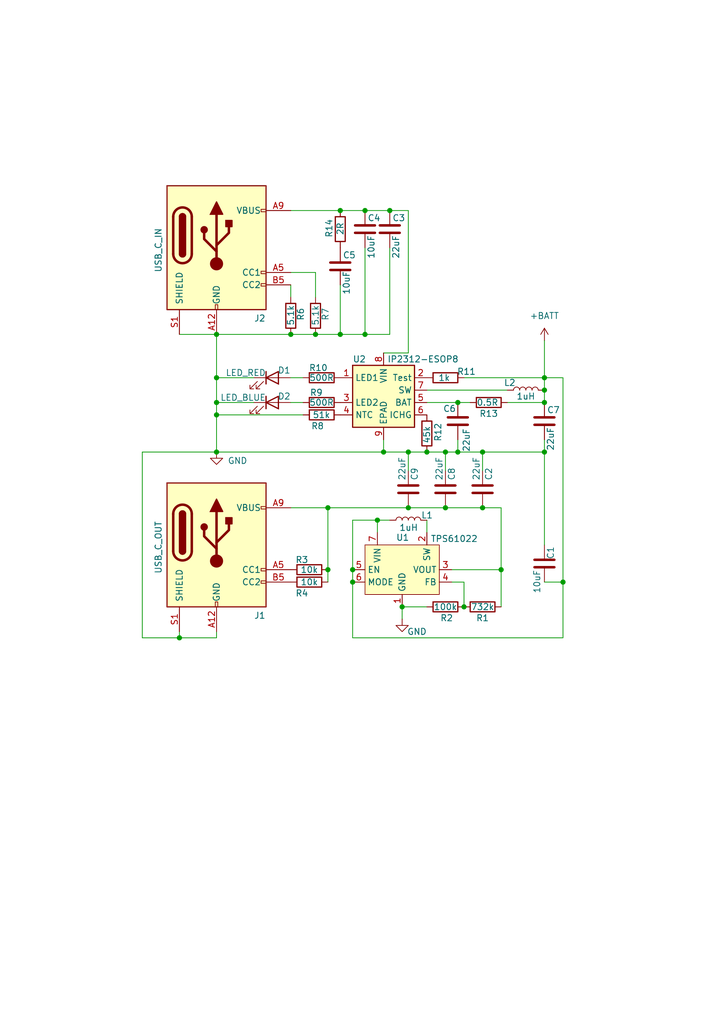
<source format=kicad_sch>
(kicad_sch (version 20250114) (generator "eeschema") (generator_version "9.0")
  (paper "A5" portrait)
  (title_block (title "3A/15W Powerbank PCB") (date "2025-06-11") (rev "0.0.1a") (company "FL@NK") (comment 1 "USB-C input, USB-C output"))
  (lib_symbols
    (symbol "Battery_Management:IP2312-ESOP8"
      (property "Reference" "U" (at -5.334 7.874 0))
      (property "Value" "IP2312-ESOP8" (at 11.43 7.874 0))
      (symbol "IP2312-ESOP8_1_0"
        (pin output line (at -8.89 3.81 0) (length 2.54) (name "LED1") (number "1"))
        (pin output line (at -8.89 -1.27 0) (length 2.54) (name "LED2") (number "3"))
        (pin input line (at -8.89 -3.81 0) (length 2.54) (name "NTC") (number "4"))
        (pin power_in line (at 0 8.89 270) (length 2.54) (name "VIN") (number "8"))
        (pin passive line (at 0 -8.89 90) (length 2.54) (name "EPAD") (number "9"))
        (pin input line (at 8.89 3.81 180) (length 2.54) (name "Test") (number "2"))
        (pin output line (at 8.89 1.27 180) (length 2.54) (name "SW") (number "7"))
        (pin power_out line (at 8.89 -1.27 180) (length 2.54) (name "BAT") (number "5"))
        (pin input line (at 8.89 -3.81 180) (length 2.54) (name "ICHG") (number "6"))
      )
      (symbol "IP2312-ESOP8_1_1"
        (rectangle (start -6.35 6.35) (end 6.35 -6.35) (stroke (width 0.254)) (fill (type background)))
      )
    )
    (symbol "Connector:USB_C_Receptacle_PowerOnly_6P" (pin_names (offset 1.016))
      (property "Reference" "J" (at 0 16.51 0))
      (property "Value" "USB_C_Receptacle_PowerOnly_6P" (at 0 13.97 0))
      (symbol "USB_C_Receptacle_PowerOnly_6P_0_0"
        (rectangle (start -0.254 -12.7) (end 0.254 -11.684))
        (rectangle (start 10.16 7.874) (end 9.144 7.366))
        (rectangle (start 10.16 -4.826) (end 9.144 -5.334))
        (rectangle (start 10.16 -7.366) (end 9.144 -7.874))
      )
      (symbol "USB_C_Receptacle_PowerOnly_6P_0_1"
        (rectangle (start -10.16 12.7) (end 10.16 -12.7) (stroke (width 0.254)) (fill (type background)))
        (polyline (pts (xy -8.89 -1.27) (xy -8.89 6.35)) (stroke (width 0.508)))
        (rectangle (start -7.62 -1.27) (end -6.35 6.35) (stroke (width 0.254)) (fill (type outline)))
        (arc (start -7.62 6.35) (mid -6.985 6.9823) (end -6.35 6.35) (stroke (width 0.254)))
        (arc (start -7.62 6.35) (mid -6.985 6.9823) (end -6.35 6.35) (stroke (width 0.254)) (fill (type outline)))
        (arc (start -8.89 6.35) (mid -6.985 8.2467) (end -5.08 6.35) (stroke (width 0.508)))
        (arc (start -5.08 -1.27) (mid -6.985 -3.1667) (end -8.89 -1.27) (stroke (width 0.508)))
        (arc (start -6.35 -1.27) (mid -6.985 -1.9023) (end -7.62 -1.27) (stroke (width 0.254)))
        (arc (start -6.35 -1.27) (mid -6.985 -1.9023) (end -7.62 -1.27) (stroke (width 0.254)) (fill (type outline)))
        (polyline (pts (xy -5.08 6.35) (xy -5.08 -1.27)) (stroke (width 0.508)))
        (circle (center -2.54 3.683) (radius 0.635) (stroke (width 0.254)) (fill (type outline)))
        (polyline (pts (xy -1.27 6.858) (xy 0 9.398) (xy 1.27 6.858) (xy -1.27 6.858)) (stroke (width 0.254)) (fill (type outline)))
        (polyline (pts (xy 0 0.508) (xy 2.54 3.048) (xy 2.54 4.318)) (stroke (width 0.508)))
        (polyline (pts (xy 0 -0.762) (xy -2.54 1.778) (xy -2.54 3.048)) (stroke (width 0.508)))
        (polyline (pts (xy 0 -3.302) (xy 0 6.858)) (stroke (width 0.508)))
        (circle (center 0 -3.302) (radius 1.27) (fill (type outline)))
        (rectangle (start 1.905 4.318) (end 3.175 5.588) (stroke (width 0.254)) (fill (type outline)))
      )
      (symbol "USB_C_Receptacle_PowerOnly_6P_1_1"
        (pin passive line (at -7.62 -17.78 90) (length 5.08) (name "SHIELD") (number "S1"))
        (pin passive line (at 0 -17.78 90) (length 5.08) (name "GND") (number "A12"))
        (pin passive line (at 0 -17.78 90) (length 5.08) (hide yes) (name "GND") (number "B12"))
        (pin passive line (at 15.24 7.62 180) (length 5.08) (name "VBUS") (number "A9"))
        (pin passive line (at 15.24 7.62 180) (length 5.08) (hide yes) (name "VBUS") (number "B9"))
        (pin bidirectional line (at 15.24 -5.08 180) (length 5.08) (name "CC1") (number "A5"))
        (pin bidirectional line (at 15.24 -7.62 180) (length 5.08) (name "CC2") (number "B5"))
      )
    )
    (symbol "Converter_DCDC:TPS61022"
      (property "Reference" "U" (at 0 7.62 0))
      (property "Value" "TPS61022" (at 7.62 -7.62 0))
      (symbol "TPS61022_1_1"
        (rectangle (start -7.62 5.08) (end 7.62 -5.08) (fill (type background)))
        (pin input line (at -10.16 0 0) (length 2.54) (name "EN") (number "5"))
        (pin input line (at -10.16 -2.54 0) (length 2.54) (name "MODE") (number "6"))
        (pin power_in line (at -5.08 7.62 270) (length 2.54) (name "VIN") (number "7"))
        (pin power_in line (at 0 -7.62 90) (length 2.54) (name "GND") (number "1"))
        (pin input line (at 5.08 7.62 270) (length 2.54) (name "SW") (number "2"))
        (pin power_out line (at 10.16 0 180) (length 2.54) (name "VOUT") (number "3"))
        (pin input line (at 10.16 -2.54 180) (length 2.54) (name "FB") (number "4"))
      )
    )
    (symbol "Device:C" (pin_numbers (hide yes)) (pin_names (offset 0.254))
      (property "Reference" "C" (at 0.635 2.54 0))
      (property "Value" "C" (at 0.635 -2.54 0))
      (symbol "C_0_1"
        (polyline (pts (xy -2.032 0.762) (xy 2.032 0.762)) (stroke (width 0.508)))
        (polyline (pts (xy -2.032 -0.762) (xy 2.032 -0.762)) (stroke (width 0.508)))
      )
      (symbol "C_1_1"
        (pin passive line (at 0 3.81 270) (length 2.794) (name "~") (number "1"))
        (pin passive line (at 0 -3.81 90) (length 2.794) (name "~") (number "2"))
      )
    )
    (symbol "Device:L" (pin_numbers (hide yes)) (pin_names (offset 1.016) (hide yes))
      (property "Reference" "L" (at -1.27 0 90))
      (property "Value" "L" (at 1.905 0 90))
      (symbol "L_0_1"
        (arc (start 0 2.54) (mid 0.6323 1.905) (end 0 1.27))
        (arc (start 0 1.27) (mid 0.6323 0.635) (end 0 0))
        (arc (start 0 0) (mid 0.6323 -0.635) (end 0 -1.27))
        (arc (start 0 -1.27) (mid 0.6323 -1.905) (end 0 -2.54))
      )
      (symbol "L_1_1"
        (pin passive line (at 0 3.81 270) (length 1.27) (name "1") (number "1"))
        (pin passive line (at 0 -3.81 90) (length 1.27) (name "2") (number "2"))
      )
    )
    (symbol "Device:LED" (pin_numbers (hide yes)) (pin_names (offset 1.016) (hide yes))
      (property "Reference" "D" (at 0 2.54 0))
      (property "Value" "LED" (at 0 -2.54 0))
      (symbol "LED_0_1"
        (polyline (pts (xy -3.048 -0.762) (xy -4.572 -2.286) (xy -3.81 -2.286) (xy -4.572 -2.286) (xy -4.572 -1.524)))
        (polyline (pts (xy -1.778 -0.762) (xy -3.302 -2.286) (xy -2.54 -2.286) (xy -3.302 -2.286) (xy -3.302 -1.524)))
        (polyline (pts (xy -1.27 0) (xy 1.27 0)))
        (polyline (pts (xy -1.27 -1.27) (xy -1.27 1.27)) (stroke (width 0.254)))
        (polyline (pts (xy 1.27 -1.27) (xy 1.27 1.27) (xy -1.27 0) (xy 1.27 -1.27)) (stroke (width 0.254)))
      )
      (symbol "LED_1_1"
        (pin passive line (at -3.81 0 0) (length 2.54) (name "K") (number "1"))
        (pin passive line (at 3.81 0 180) (length 2.54) (name "A") (number "2"))
      )
    )
    (symbol "Device:R" (pin_numbers (hide yes)) (pin_names (offset 0))
      (property "Reference" "R" (at 2.032 0 90))
      (property "Value" "R" (at 0 0 90))
      (symbol "R_0_1"
        (rectangle (start -1.016 -2.54) (end 1.016 2.54) (stroke (width 0.254)))
      )
      (symbol "R_1_1"
        (pin passive line (at 0 3.81 270) (length 1.27) (name "~") (number "1"))
        (pin passive line (at 0 -3.81 90) (length 1.27) (name "~") (number "2"))
      )
    )
    (symbol "power:+BATT" (power) (pin_numbers (hide yes)) (pin_names (offset 0) (hide yes))
      (property "Value" "+BATT" (at 0 3.556 0))
      (symbol "+BATT_0_1"
        (polyline (pts (xy -0.762 1.27) (xy 0 2.54)))
        (polyline (pts (xy 0 2.54) (xy 0.762 1.27)))
        (polyline (pts (xy 0 0) (xy 0 2.54)))
      )
      (symbol "+BATT_1_1"
        (pin power_in line (at 0 0 90) (length 0) (name "~") (number "1"))
      )
    )
    (symbol "power:GND" (power) (pin_numbers (hide yes)) (pin_names (offset 0) (hide yes))
      (property "Value" "GND" (at 0 -3.81 0))
      (symbol "GND_0_1"
        (polyline (pts (xy 0 0) (xy 0 -1.27) (xy 1.27 -1.27) (xy 0 -2.54) (xy -1.27 -1.27) (xy 0 -1.27)))
      )
      (symbol "GND_1_1"
        (pin power_in line (at 0 0 270) (length 0) (name "~") (number "1"))
      )
    )
  )
  (junction (at 95.25 124.46))
  (junction (at 87.63 92.71))
  (junction (at 44.45 82.55))
  (junction (at 67.31 104.14))
  (junction (at 111.76 80.01))
  (junction (at 72.39 116.84))
  (junction (at 74.93 43.18))
  (junction (at 99.06 92.71))
  (junction (at 69.85 68.58))
  (junction (at 59.69 68.58))
  (junction (at 91.44 92.71))
  (junction (at 44.45 77.47))
  (junction (at 74.93 68.58))
  (junction (at 102.87 116.84))
  (junction (at 67.31 116.84))
  (junction (at 83.82 104.14))
  (junction (at 80.01 43.18))
  (junction (at 93.98 92.71))
  (junction (at 83.82 92.71))
  (junction (at 44.45 68.58))
  (junction (at 93.98 82.55))
  (junction (at 69.85 43.18))
  (junction (at 111.76 92.71))
  (junction (at 78.74 92.71))
  (junction (at 115.57 119.38))
  (junction (at 77.47 106.68))
  (junction (at 44.45 92.71))
  (junction (at 111.76 82.55))
  (junction (at 111.76 77.47))
  (junction (at 72.39 119.38))
  (junction (at 44.45 85.09))
  (junction (at 91.44 104.14))
  (junction (at 36.83 130.81))
  (junction (at 82.55 124.46))
  (junction (at 64.77 68.58))
  (junction (at 99.06 104.14))
  (wire (pts (xy 99.06 92.71) (xy 93.98 92.71)))
  (wire (pts (xy 93.98 82.55) (xy 96.52 82.55)))
  (wire (pts (xy 102.87 116.84) (xy 102.87 124.46)))
  (wire (pts (xy 69.85 68.58) (xy 74.93 68.58)))
  (wire (pts (xy 87.63 106.68) (xy 87.63 109.22)))
  (wire (pts (xy 44.45 82.55) (xy 44.45 77.47)))
  (wire (pts (xy 95.25 124.46) (xy 95.25 119.38)))
  (wire (pts (xy 59.69 55.88) (xy 64.77 55.88)))
  (wire (pts (xy 72.39 119.38) (xy 72.39 130.81)))
  (wire (pts (xy 77.47 106.68) (xy 77.47 109.22)))
  (wire (pts (xy 83.82 92.71) (xy 83.82 96.52)))
  (wire (pts (xy 67.31 104.14) (xy 67.31 116.84)))
  (wire (pts (xy 44.45 92.71) (xy 44.45 85.09)))
  (wire (pts (xy 72.39 116.84) (xy 72.39 119.38)))
  (wire (pts (xy 111.76 119.38) (xy 115.57 119.38)))
  (wire (pts (xy 78.74 72.39) (xy 83.82 72.39)))
  (wire (pts (xy 36.83 130.81) (xy 29.21 130.81)))
  (wire (pts (xy 44.45 77.47) (xy 44.45 68.58)))
  (wire (pts (xy 83.82 43.18) (xy 80.01 43.18)))
  (wire (pts (xy 87.63 82.55) (xy 93.98 82.55)))
  (wire (pts (xy 83.82 104.14) (xy 67.31 104.14)))
  (wire (pts (xy 87.63 92.71) (xy 83.82 92.71)))
  (wire (pts (xy 92.71 116.84) (xy 102.87 116.84)))
  (wire (pts (xy 44.45 77.47) (xy 52.07 77.47)))
  (wire (pts (xy 44.45 129.54) (xy 44.45 130.81)))
  (wire (pts (xy 83.82 92.71) (xy 78.74 92.71)))
  (wire (pts (xy 115.57 130.81) (xy 115.57 119.38)))
  (wire (pts (xy 44.45 68.58) (xy 59.69 68.58)))
  (wire (pts (xy 59.69 68.58) (xy 64.77 68.58)))
  (wire (pts (xy 44.45 82.55) (xy 52.07 82.55)))
  (wire (pts (xy 59.69 43.18) (xy 69.85 43.18)))
  (wire (pts (xy 36.83 129.54) (xy 36.83 130.81)))
  (wire (pts (xy 29.21 130.81) (xy 29.21 92.71)))
  (wire (pts (xy 93.98 90.17) (xy 93.98 92.71)))
  (wire (pts (xy 111.76 69.85) (xy 111.76 77.47)))
  (wire (pts (xy 91.44 92.71) (xy 87.63 92.71)))
  (wire (pts (xy 64.77 68.58) (xy 69.85 68.58)))
  (wire (pts (xy 111.76 92.71) (xy 111.76 111.76)))
  (wire (pts (xy 80.01 106.68) (xy 77.47 106.68)))
  (wire (pts (xy 82.55 124.46) (xy 82.55 127)))
  (wire (pts (xy 111.76 92.71) (xy 99.06 92.71)))
  (wire (pts (xy 93.98 92.71) (xy 91.44 92.71)))
  (wire (pts (xy 36.83 68.58) (xy 44.45 68.58)))
  (wire (pts (xy 95.25 77.47) (xy 111.76 77.47)))
  (wire (pts (xy 59.69 58.42) (xy 59.69 60.96)))
  (wire (pts (xy 74.93 43.18) (xy 80.01 43.18)))
  (wire (pts (xy 102.87 104.14) (xy 102.87 116.84)))
  (wire (pts (xy 102.87 104.14) (xy 99.06 104.14)))
  (wire (pts (xy 115.57 119.38) (xy 115.57 77.47)))
  (wire (pts (xy 77.47 106.68) (xy 72.39 106.68)))
  (wire (pts (xy 99.06 104.14) (xy 91.44 104.14)))
  (wire (pts (xy 44.45 85.09) (xy 44.45 82.55)))
  (wire (pts (xy 80.01 68.58) (xy 80.01 50.8)))
  (wire (pts (xy 82.55 124.46) (xy 87.63 124.46)))
  (wire (pts (xy 92.71 119.38) (xy 95.25 119.38)))
  (wire (pts (xy 29.21 92.71) (xy 44.45 92.71)))
  (wire (pts (xy 72.39 130.81) (xy 115.57 130.81)))
  (wire (pts (xy 104.14 80.01) (xy 87.63 80.01)))
  (wire (pts (xy 72.39 106.68) (xy 72.39 116.84)))
  (wire (pts (xy 83.82 72.39) (xy 83.82 43.18)))
  (wire (pts (xy 111.76 90.17) (xy 111.76 92.71)))
  (wire (pts (xy 91.44 92.71) (xy 91.44 96.52)))
  (wire (pts (xy 111.76 80.01) (xy 111.76 82.55)))
  (wire (pts (xy 67.31 104.14) (xy 59.69 104.14)))
  (wire (pts (xy 44.45 92.71) (xy 78.74 92.71)))
  (wire (pts (xy 69.85 43.18) (xy 74.93 43.18)))
  (wire (pts (xy 59.69 82.55) (xy 62.23 82.55)))
  (wire (pts (xy 74.93 68.58) (xy 74.93 50.8)))
  (wire (pts (xy 36.83 130.81) (xy 44.45 130.81)))
  (wire (pts (xy 69.85 58.42) (xy 69.85 68.58)))
  (wire (pts (xy 44.45 85.09) (xy 62.23 85.09)))
  (wire (pts (xy 67.31 116.84) (xy 67.31 119.38)))
  (wire (pts (xy 104.14 82.55) (xy 111.76 82.55)))
  (wire (pts (xy 111.76 77.47) (xy 111.76 80.01)))
  (wire (pts (xy 59.69 77.47) (xy 62.23 77.47)))
  (wire (pts (xy 78.74 90.17) (xy 78.74 92.71)))
  (wire (pts (xy 111.76 77.47) (xy 115.57 77.47)))
  (wire (pts (xy 99.06 92.71) (xy 99.06 96.52)))
  (wire (pts (xy 91.44 104.14) (xy 83.82 104.14)))
  (wire (pts (xy 74.93 68.58) (xy 80.01 68.58)))
  (wire (pts (xy 64.77 55.88) (xy 64.77 60.96)))
  (symbol (lib_id "Device:C") (at 74.93 46.99 0) (unit 1)
    (property "Reference" "C4" (at 75.438 44.704 0) (effects (justify left)))
    (property "Value" "10uF" (at 76.2 53.086 90) (effects (justify left)))
    (property "Footprint" "Capacitor_SMD:C_0805_2012Metric_Pad1.18x1.45mm_HandSolder" (effects (hide yes)))
    (property "Description" "Unpolarized capacitor" (effects (hide yes)))
  )
  (symbol (lib_id "Device:R") (at 63.5 116.84 90) (unit 1)
    (property "Reference" "R3" (at 61.976 114.808 90))
    (property "Value" "10k" (at 63.5 116.84 90))
    (property "Footprint" "Resistor_SMD:R_0805_2012Metric_Pad1.20x1.40mm_HandSolder" (effects (hide yes)))
    (property "Description" "Resistor" (effects (hide yes)))
  )
  (symbol (lib_id "power:+BATT") (at 111.76 69.85 0) (unit 1)
    (property "Reference" "#PWR011" (effects (hide yes)))
    (property "Value" "+BATT" (at 111.76 64.77 0))
    (property "Description" "Power symbol creates a global label with name \"+BATT\"" (effects (hide yes)))
  )
  (symbol (lib_id "Device:R") (at 64.77 64.77 0) (unit 1)
    (property "Reference" "R7" (at 66.802 65.786 90) (effects (justify left)))
    (property "Value" "5.1k" (at 64.77 66.802 90) (effects (justify left)))
    (property "Footprint" "Resistor_SMD:R_0805_2012Metric_Pad1.20x1.40mm_HandSolder" (effects (hide yes)))
    (property "Description" "Resistor" (effects (hide yes)))
  )
  (symbol (lib_id "Device:R") (at 91.44 77.47 90) (unit 1)
    (property "Reference" "R11" (at 95.758 76.2 90))
    (property "Value" "1k" (at 91.186 77.47 90))
    (property "Footprint" "Resistor_SMD:R_0805_2012Metric_Pad1.20x1.40mm_HandSolder" (effects (hide yes)))
    (property "Description" "Resistor" (effects (hide yes)))
  )
  (symbol (lib_id "power:GND") (at 82.55 127 0) (unit 1)
    (property "Reference" "#PWR01" (effects (hide yes)))
    (property "Value" "GND" (at 85.598 129.54 0))
    (property "Description" "Power symbol creates a global label with name \"GND\" , ground" (effects (hide yes)))
  )
  (symbol (lib_id "Device:C") (at 91.44 100.33 0) (unit 1)
    (property "Reference" "C8" (at 92.71 98.552 90) (effects (justify left)))
    (property "Value" "22uF" (at 90.17 98.552 90) (effects (justify left)))
    (property "Footprint" "Capacitor_SMD:C_0805_2012Metric_Pad1.18x1.45mm_HandSolder" (effects (hide yes)))
    (property "Description" "Unpolarized capacitor" (effects (hide yes)))
  )
  (symbol (lib_id "Device:R") (at 91.44 124.46 90) (unit 1)
    (property "Reference" "R2" (at 91.694 126.746 90))
    (property "Value" "100k" (at 91.44 124.46 90))
    (property "Footprint" "Resistor_SMD:R_0805_2012Metric_Pad1.20x1.40mm_HandSolder" (effects (hide yes)))
    (property "Description" "Resistor" (effects (hide yes)))
  )
  (symbol (lib_id "Device:R") (at 59.69 64.77 0) (unit 1)
    (property "Reference" "R6" (at 61.722 65.786 90) (effects (justify left)))
    (property "Value" "5.1k" (at 59.69 66.802 90) (effects (justify left)))
    (property "Footprint" "Resistor_SMD:R_0805_2012Metric_Pad1.20x1.40mm_HandSolder" (effects (hide yes)))
    (property "Description" "Resistor" (effects (hide yes)))
  )
  (symbol (lib_id "Device:R") (at 63.5 119.38 90) (unit 1)
    (property "Reference" "R4" (at 61.976 121.666 90))
    (property "Value" "10k" (at 63.5 119.38 90))
    (property "Footprint" "Resistor_SMD:R_0805_2012Metric_Pad1.20x1.40mm_HandSolder" (effects (hide yes)))
    (property "Description" "Resistor" (effects (hide yes)))
  )
  (symbol (lib_id "Converter_DCDC:TPS61022") (at 82.55 116.84 0) (unit 1)
    (property "Reference" "U1" (at 81.28 110.236 0) (effects (justify left)))
    (property "Value" "TPS61022" (at 88.392 110.49 0) (effects (justify left)))
    (property "Footprint" "Package_DFN_QFN:Texas_RWU0007A_VQFN-7_2x2mm_P0.5mm" (effects (hide yes)))
    (property "Datasheet" "https://www.ti.com/lit/ds/symlink/tps61022.pdf" (effects (hide yes)))
    (property "Description" "8A Boost Converter, 0.5-5.5 V input, 2.2-5.5V output, Texas RWU0007A VQFN-7" (effects (hide yes)))
  )
  (symbol (lib_id "power:GND") (at 44.45 92.71 0) (unit 1)
    (property "Reference" "#PWR09" (effects (hide yes)))
    (property "Value" "GND" (at 48.768 94.488 0))
    (property "Description" "Power symbol creates a global label with name \"GND\" , ground" (effects (hide yes)))
  )
  (symbol (lib_id "Device:C") (at 111.76 115.57 180) (unit 1)
    (property "Reference" "C1" (at 113.03 112.014 90) (effects (justify left)))
    (property "Value" "10uF" (at 110.236 116.84 90) (effects (justify left)))
    (property "Footprint" "Capacitor_SMD:C_0805_2012Metric_Pad1.18x1.45mm_HandSolder" (effects (hide yes)))
    (property "Description" "Unpolarized capacitor" (effects (hide yes)))
  )
  (symbol (lib_id "Device:R") (at 100.33 82.55 90) (unit 1)
    (property "Reference" "R13" (at 100.33 84.836 90))
    (property "Value" "0.5R" (at 100.076 82.55 90))
    (property "Footprint" "Resistor_SMD:R_0805_2012Metric_Pad1.20x1.40mm_HandSolder" (effects (hide yes)))
    (property "Description" "Resistor" (effects (hide yes)))
  )
  (symbol (lib_id "Device:C") (at 69.85 54.61 0) (unit 1)
    (property "Reference" "C5" (at 70.358 52.324 0) (effects (justify left)))
    (property "Value" "10uF" (at 71.12 60.452 90) (effects (justify left)))
    (property "Footprint" "Capacitor_SMD:C_0805_2012Metric_Pad1.18x1.45mm_HandSolder" (effects (hide yes)))
    (property "Description" "Unpolarized capacitor" (effects (hide yes)))
  )
  (symbol (lib_id "Device:L") (at 83.82 106.68 90) (unit 1)
    (property "Reference" "L1" (at 88.9 105.664 90) (effects (justify left)))
    (property "Value" "1uH" (at 85.852 108.204 90) (effects (justify left)))
    (property "Footprint" "Inductor_SMD:L_Coilcraft_XxL4030" (effects (hide yes)))
    (property "Datasheet" "https://www.coilcraft.com/getmedia/8245f050-f190-4295-8c41-7c03d662ee3d/xel4030.pdf" (effects (hide yes)))
    (property "Description" "Inductor" (effects (hide yes)))
  )
  (symbol (lib_id "Device:R") (at 66.04 85.09 90) (unit 1)
    (property "Reference" "R8" (at 66.548 87.376 90) (effects (justify left)))
    (property "Value" "51k" (at 67.818 85.09 90) (effects (justify left)))
    (property "Footprint" "Resistor_SMD:R_0805_2012Metric_Pad1.20x1.40mm_HandSolder" (effects (hide yes)))
    (property "Description" "Resistor" (effects (hide yes)))
  )
  (symbol (lib_id "Device:LED") (at 55.88 77.47 0) (unit 1)
    (property "Reference" "D1" (at 59.69 75.946 0) (effects (justify right)))
    (property "Value" "LED_RED" (at 54.61 76.454 0) (effects (justify right)))
    (property "Footprint" "LED_SMD:LED_0805_2012Metric_Pad1.15x1.40mm_HandSolder" (effects (hide yes)))
    (property "Description" "Light emitting diode" (effects (hide yes)))
    (property "Sim.Pins" "1=K 2=A" (effects (hide yes)))
  )
  (symbol (lib_id "Device:R") (at 87.63 88.9 180) (unit 1)
    (property "Reference" "R12" (at 89.916 88.646 90))
    (property "Value" "45k" (at 87.63 89.154 90))
    (property "Footprint" "Resistor_SMD:R_0805_2012Metric_Pad1.20x1.40mm_HandSolder" (effects (hide yes)))
    (property "Description" "Resistor" (effects (hide yes)))
  )
  (symbol (lib_id "Connector:USB_C_Receptacle_PowerOnly_6P") (at 44.45 111.76 0) (unit 1)
    (property "Reference" "J1" (at 53.34 126.238 0))
    (property "Value" "USB_C_OUT" (at 32.512 112.268 90))
    (property "Footprint" "Connector_USB:USB_C_Receptacle_GCT_USB4125-xx-x_6P_TopMnt_Horizontal" (effects (hide yes)))
    (property "Datasheet" "https://www.usb.org/sites/default/files/documents/usb_type-c.zip" (effects (hide yes)))
    (property "Description" "USB Power-Only 6P Type-C Receptacle connector" (effects (hide yes)))
  )
  (symbol (lib_id "Connector:USB_C_Receptacle_PowerOnly_6P") (at 44.45 50.8 0) (unit 1)
    (property "Reference" "J2" (at 53.34 65.278 0))
    (property "Value" "USB_C_IN" (at 32.512 51.308 90))
    (property "Footprint" "Connector_USB:USB_C_Receptacle_GCT_USB4125-xx-x_6P_TopMnt_Horizontal" (effects (hide yes)))
    (property "Datasheet" "https://www.usb.org/sites/default/files/documents/usb_type-c.zip" (effects (hide yes)))
    (property "Description" "USB Power-Only 6P Type-C Receptacle connector" (effects (hide yes)))
  )
  (symbol (lib_id "Device:R") (at 66.04 82.55 270) (unit 1)
    (property "Reference" "R9" (at 66.294 80.518 90) (effects (justify right)))
    (property "Value" "500R" (at 68.58 82.55 90) (effects (justify right)))
    (property "Footprint" "Resistor_SMD:R_0805_2012Metric_Pad1.20x1.40mm_HandSolder" (effects (hide yes)))
    (property "Description" "Resistor" (effects (hide yes)))
  )
  (symbol (lib_id "Device:L") (at 107.95 80.01 90) (unit 1)
    (property "Reference" "L2" (at 104.648 78.486 90))
    (property "Value" "1uH" (at 107.95 81.28 90))
    (property "Footprint" "Inductor_SMD:L_Coilcraft_XxL4030" (effects (hide yes)))
    (property "Datasheet" "https://www.coilcraft.com/getmedia/8245f050-f190-4295-8c41-7c03d662ee3d/xel4030.pdf" (effects (hide yes)))
    (property "Description" "Inductor" (effects (hide yes)))
  )
  (symbol (lib_id "Device:C") (at 99.06 100.33 0) (unit 1)
    (property "Reference" "C2" (at 100.33 98.552 90) (effects (justify left)))
    (property "Value" "22uF" (at 97.79 98.552 90) (effects (justify left)))
    (property "Description" "Unpolarized capacitor" (effects (hide yes)))
  )
  (symbol (lib_id "Device:C") (at 111.76 86.36 0) (unit 1)
    (property "Reference" "C7" (at 112.268 84.074 0) (effects (justify left)))
    (property "Value" "22uF" (at 113.03 92.456 90) (effects (justify left)))
    (property "Footprint" "Capacitor_SMD:C_0805_2012Metric_Pad1.18x1.45mm_HandSolder" (effects (hide yes)))
    (property "Description" "Unpolarized capacitor" (effects (hide yes)))
  )
  (symbol (lib_id "Device:C") (at 80.01 46.99 0) (unit 1)
    (property "Reference" "C3" (at 80.518 44.704 0) (effects (justify left)))
    (property "Value" "22uF" (at 81.28 53.086 90) (effects (justify left)))
    (property "Footprint" "Capacitor_SMD:C_0805_2012Metric_Pad1.18x1.45mm_HandSolder" (effects (hide yes)))
    (property "Description" "Unpolarized capacitor" (effects (hide yes)))
  )
  (symbol (lib_id "Device:LED") (at 55.88 82.55 0) (unit 1)
    (property "Reference" "D2" (at 59.69 81.28 0) (effects (justify right)))
    (property "Value" "LED_BLUE" (at 54.61 81.534 0) (effects (justify right)))
    (property "Footprint" "LED_SMD:LED_0805_2012Metric_Pad1.15x1.40mm_HandSolder" (effects (hide yes)))
    (property "Description" "Light emitting diode" (effects (hide yes)))
    (property "Sim.Pins" "1=K 2=A" (effects (hide yes)))
  )
  (symbol (lib_id "Device:R") (at 66.04 77.47 270) (unit 1)
    (property "Reference" "R10" (at 67.31 75.438 90) (effects (justify right)))
    (property "Value" "500R" (at 68.58 77.47 90) (effects (justify right)))
    (property "Footprint" "Resistor_SMD:R_0805_2012Metric_Pad1.20x1.40mm_HandSolder" (effects (hide yes)))
    (property "Description" "Resistor" (effects (hide yes)))
  )
  (symbol (lib_id "Device:R") (at 69.85 46.99 0) (unit 1)
    (property "Reference" "R14" (at 67.564 48.768 90) (effects (justify left)))
    (property "Value" "2R" (at 69.85 48.26 90) (effects (justify left)))
    (property "Footprint" "Resistor_SMD:R_0805_2012Metric_Pad1.20x1.40mm_HandSolder" (effects (hide yes)))
    (property "Description" "Resistor" (effects (hide yes)))
  )
  (symbol (lib_id "Device:C") (at 93.98 86.36 0) (unit 1)
    (property "Reference" "C6" (at 90.932 83.82 0) (effects (justify left)))
    (property "Value" "22uF" (at 95.758 92.71 90) (effects (justify left)))
    (property "Footprint" "Capacitor_SMD:C_0805_2012Metric_Pad1.18x1.45mm_HandSolder" (effects (hide yes)))
    (property "Description" "Unpolarized capacitor" (effects (hide yes)))
  )
  (symbol (lib_id "Device:R") (at 99.06 124.46 90) (unit 1)
    (property "Reference" "R1" (at 99.06 126.746 90))
    (property "Value" "732k" (at 99.06 124.46 90))
    (property "Footprint" "Resistor_SMD:R_0805_2012Metric_Pad1.20x1.40mm_HandSolder" (effects (hide yes)))
    (property "Description" "Resistor" (effects (hide yes)))
  )
  (symbol (lib_id "Device:C") (at 83.82 100.33 0) (unit 1)
    (property "Reference" "C9" (at 85.09 98.552 90) (effects (justify left)))
    (property "Value" "22uF" (at 82.55 98.552 90) (effects (justify left)))
    (property "Footprint" "Capacitor_SMD:C_0805_2012Metric_Pad1.18x1.45mm_HandSolder" (effects (hide yes)))
    (property "Description" "Unpolarized capacitor" (effects (hide yes)))
  )
  (symbol (lib_id "Battery_Management:IP2312-ESOP8") (at 78.74 81.28 0) (unit 1)
    (property "Reference" "U2" (at 72.39 73.66 0) (effects (justify left)))
    (property "Value" "IP2312-ESOP8" (at 79.502 73.66 0) (effects (justify left)))
    (property "Footprint" "Package_SO:SOIC-8-1EP_3.9x4.9mm_P1.27mm_EP2.41x3.3mm_ThermalVias" (effects (hide yes)))
    (property "Datasheet" "https://microohm-eg.com/wp-content/uploads/2024/05/INJOINIC-IP2312-Translated.pdf?srsltid=AfmBOoofBOdt7GrMdYCnvzX0587L23zdgvu3msnG9qVqo1eBTnZ_D5au" (effects (hide yes)))
    (property "Description" "3A Standalone Linear Li-ion/LiPo single-cell battery charger, 4.2..4.4V ±1% charge voltage, VCC = 4.5..5.5V, SOIC-8 (ESOP-8)" (effects (hide yes)))
  )
)
</source>
